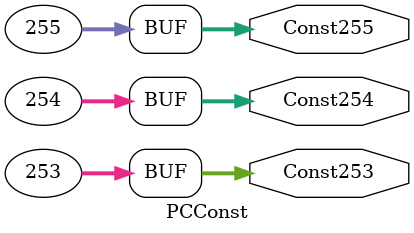
<source format=v>
module PCConst(
		output reg [31:0] Const253,
		output reg [31:0] Const254,
		output reg [31:0] Const255
	);
	always @(*) begin
		Const253 = 32'd253;
		Const254 = 32'd254;
		Const255 = 32'd255;
	end
endmodule

</source>
